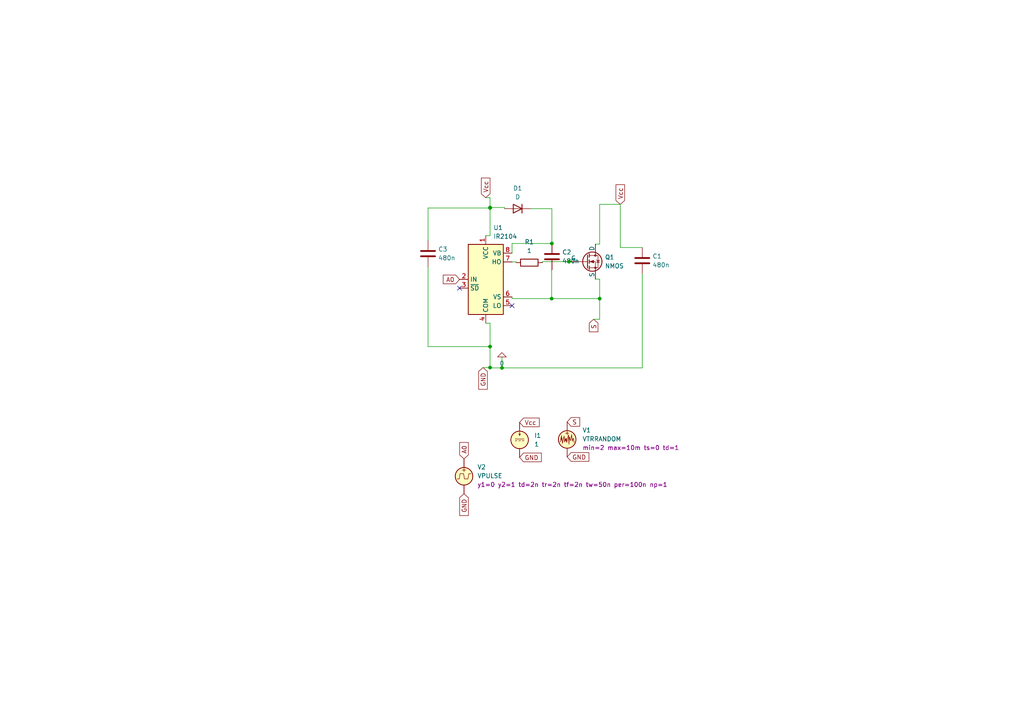
<source format=kicad_sch>
(kicad_sch (version 20231120) (generator "eeschema") (generator_version "8.0")
  (paper "A4")
  (lib_symbols
    (symbol "Device:C" (pin_numbers hide) (pin_names (offset 0.254))
      (property "Reference" "C" (at 0.635 2.54 0))
      (property "Value" "C" (at 0.635 -2.54 0))
      (symbol "C_0_1"
        (polyline (pts (xy -2.032 -0.762) (xy 2.032 -0.762)) (stroke (width 0.508)))
        (polyline (pts (xy -2.032 0.762) (xy 2.032 0.762)) (stroke (width 0.508)))
      )
      (symbol "C_1_1"
        (pin passive line (at 0 3.81 270) (length 2.794) (name "~") (number "1"))
        (pin passive line (at 0 -3.81 90) (length 2.794) (name "~") (number "2"))
      )
    )
    (symbol "Device:D" (pin_numbers hide) (pin_names (offset 1.016) hide)
      (property "Reference" "D" (at 0 2.54 0))
      (property "Value" "D" (at 0 -2.54 0))
      (symbol "D_0_1"
        (polyline (pts (xy -1.27 1.27) (xy -1.27 -1.27)) (stroke (width 0.254)))
        (polyline (pts (xy 1.27 0) (xy -1.27 0)))
        (polyline (pts (xy 1.27 1.27) (xy 1.27 -1.27) (xy -1.27 0) (xy 1.27 1.27)) (stroke (width 0.254)))
      )
      (symbol "D_1_1"
        (pin passive line (at -3.81 0 0) (length 2.54) (name "K") (number "1"))
        (pin passive line (at 3.81 0 180) (length 2.54) (name "A") (number "2"))
      )
    )
    (symbol "Device:R" (pin_numbers hide) (pin_names (offset 0))
      (property "Reference" "R" (at 2.032 0 90))
      (property "Value" "R" (at 0 0 90))
      (symbol "R_0_1"
        (rectangle (start -1.016 -2.54) (end 1.016 2.54) (stroke (width 0.254)))
      )
      (symbol "R_1_1"
        (pin passive line (at 0 3.81 270) (length 1.27) (name "~") (number "1"))
        (pin passive line (at 0 -3.81 90) (length 1.27) (name "~") (number "2"))
      )
    )
    (symbol "Driver_FET:IR2104"
      (property "Reference" "U" (at 1.27 13.335 0))
      (property "Value" "IR2104" (at 1.27 11.43 0))
      (symbol "IR2104_0_1"
        (rectangle (start -5.08 -10.16) (end 5.08 10.16) (stroke (width 0.254)) (fill (type background)))
      )
      (symbol "IR2104_1_1"
        (pin power_in line (at 0 12.7 270) (length 2.54) (name "VCC") (number "1"))
        (pin input line (at -7.62 0 0) (length 2.54) (name "IN") (number "2"))
        (pin input line (at -7.62 -2.54 0) (length 2.54) (name "~{SD}") (number "3"))
        (pin power_in line (at 0 -12.7 90) (length 2.54) (name "COM") (number "4"))
        (pin output line (at 7.62 -7.62 180) (length 2.54) (name "LO") (number "5"))
        (pin passive line (at 7.62 -5.08 180) (length 2.54) (name "VS") (number "6"))
        (pin output line (at 7.62 5.08 180) (length 2.54) (name "HO") (number "7"))
        (pin passive line (at 7.62 7.62 180) (length 2.54) (name "VB") (number "8"))
      )
    )
    (symbol "Simulation_SPICE:0" (power) (pin_numbers hide) (pin_names (offset 0) hide)
      (property "Value" "0" (at 0 -2.54 0))
      (symbol "0_0_1"
        (polyline (pts (xy -1.27 0) (xy 0 -1.27) (xy 1.27 0) (xy -1.27 0)))
      )
      (symbol "0_1_1"
        (pin power_in line (at 0 0 0) (length 0) (name "~") (number "1"))
      )
    )
    (symbol "Simulation_SPICE:IDC" (pin_numbers hide) (pin_names (offset 0.0254))
      (property "Reference" "I" (at 2.54 2.54 0))
      (property "Value" "1" (at 2.54 0 0))
      (symbol "IDC_0_0"
        (polyline (pts (xy -1.27 0.254) (xy 1.27 0.254)))
        (polyline (pts (xy -0.762 -0.254) (xy -1.27 -0.254)))
        (polyline (pts (xy 0.254 -0.254) (xy -0.254 -0.254)))
        (polyline (pts (xy 1.27 -0.254) (xy 0.762 -0.254)))
      )
      (symbol "IDC_0_1"
        (polyline (pts (xy 0 1.27) (xy 0 2.286)))
        (polyline (pts (xy -0.254 1.778) (xy 0 1.27) (xy 0.254 1.778)))
        (circle (center 0 0) (radius 2.54) (stroke (width 0.254)) (fill (type background)))
      )
      (symbol "IDC_1_1"
        (pin passive line (at 0 5.08 270) (length 2.54) (name "~") (number "1"))
        (pin passive line (at 0 -5.08 90) (length 2.54) (name "~") (number "2"))
      )
    )
    (symbol "Simulation_SPICE:NMOS" (pin_numbers hide) (pin_names (offset 0))
      (property "Reference" "Q" (at 5.08 1.27 0))
      (property "Value" "NMOS" (at 5.08 -1.27 0))
      (symbol "NMOS_0_1"
        (polyline (pts (xy 0.254 0) (xy -2.54 0)))
        (polyline (pts (xy 0.254 1.905) (xy 0.254 -1.905)) (stroke (width 0.254)))
        (polyline (pts (xy 0.762 -1.27) (xy 0.762 -2.286)) (stroke (width 0.254)))
        (polyline (pts (xy 0.762 0.508) (xy 0.762 -0.508)) (stroke (width 0.254)))
        (polyline (pts (xy 0.762 2.286) (xy 0.762 1.27)) (stroke (width 0.254)))
        (polyline (pts (xy 2.54 2.54) (xy 2.54 1.778)))
        (polyline (pts (xy 2.54 -2.54) (xy 2.54 0) (xy 0.762 0)))
        (polyline (pts (xy 0.762 -1.778) (xy 3.302 -1.778) (xy 3.302 1.778) (xy 0.762 1.778)))
        (polyline (pts (xy 1.016 0) (xy 2.032 0.381) (xy 2.032 -0.381) (xy 1.016 0)) (fill (type outline)))
        (polyline (pts (xy 2.794 0.508) (xy 2.921 0.381) (xy 3.683 0.381) (xy 3.81 0.254)))
        (polyline (pts (xy 3.302 0.381) (xy 2.921 -0.254) (xy 3.683 -0.254) (xy 3.302 0.381)))
        (circle (center 1.651 0) (radius 2.794) (stroke (width 0.254)))
        (circle (center 2.54 -1.778) (radius 0.254) (fill (type outline)))
        (circle (center 2.54 1.778) (radius 0.254) (fill (type outline)))
      )
      (symbol "NMOS_1_1"
        (pin passive line (at 2.54 5.08 270) (length 2.54) (name "D") (number "1"))
        (pin input line (at -5.08 0 0) (length 2.54) (name "G") (number "2"))
        (pin passive line (at 2.54 -5.08 90) (length 2.54) (name "S") (number "3"))
      )
    )
    (symbol "Simulation_SPICE:VPULSE" (pin_numbers hide) (pin_names (offset 0.0254))
      (property "Reference" "V" (at 2.54 2.54 0))
      (property "Value" "VPULSE" (at 2.54 0 0))
      (property "Sim.Params" "y1=0 y2=1 td=2n tr=2n tf=2n tw=50n per=100n" (at 2.54 -2.54 0))
      (symbol "VPULSE_0_0"
        (polyline (pts (xy -2.032 -0.762) (xy -1.397 -0.762) (xy -1.143 0.762) (xy -0.127 0.762) (xy 0.127 -0.762) (xy 1.143 -0.762) (xy 1.397 0.762) (xy 2.032 0.762)))
        (text "+" (at 0 1.905 0) (effects (font (size 1.27 1.27))))
      )
      (symbol "VPULSE_0_1"
        (circle (center 0 0) (radius 2.54) (stroke (width 0.254)) (fill (type background)))
      )
      (symbol "VPULSE_1_1"
        (pin passive line (at 0 5.08 270) (length 2.54) (name "~") (number "1"))
        (pin passive line (at 0 -5.08 90) (length 2.54) (name "~") (number "2"))
      )
    )
    (symbol "Simulation_SPICE:VTRRANDOM" (pin_numbers hide) (pin_names (offset 0.0254))
      (property "Reference" "V" (at 2.54 2.54 0))
      (property "Value" "VTRRANDOM" (at 2.54 0 0))
      (property "Sim.Params" "min=2 max=10m ts=0 td=1" (at 2.54 -2.54 0))
      (symbol "VTRRANDOM_0_0"
        (text "+" (at 0 1.905 0) (effects (font (size 1.27 1.27))))
      )
      (symbol "VTRRANDOM_0_1"
        (polyline (pts (xy -2.032 -0.762) (xy -1.651 1.143) (xy -1.651 -0.254) (xy -1.524 0.508) (xy -1.397 -1.143) (xy -0.889 1.016) (xy -0.762 -0.762) (xy -0.508 0.254) (xy -0.381 -0.508) (xy -0.254 0.381) (xy -0.127 -0.889) (xy 0.381 1.397) (xy 0.508 -1.397) (xy 0.635 0.762) (xy 1.016 -0.381) (xy 1.27 1.397) (xy 1.524 -0.508) (xy 1.778 0.381) (xy 2.032 -0.889)))
        (circle (center 0 0) (radius 2.54) (stroke (width 0.254)) (fill (type background)))
      )
      (symbol "VTRRANDOM_1_1"
        (pin passive line (at 0 5.08 270) (length 2.54) (name "~") (number "1"))
        (pin passive line (at 0 -5.08 90) (length 2.54) (name "~") (number "2"))
      )
    )
  )
  (junction (at 142.1352 60.3256))
  (junction (at 145.5967 106.709))
  (junction (at 159.9983 86.6095))
  (junction (at 142.1352 100.5245))
  (junction (at 142.1352 106.6123))
  (junction (at 165.0646 75.8834))
  (junction (at 160.0668 70.6239))
  (junction (at 173.9271 86.6095))
  (junction (at 142.1352 60.1861))
  (no_connect (at 148.5129 88.6615))
  (no_connect (at 133.2729 83.5815))
  (wire (pts (xy 124.1478 69.7542) (xy 124.1478 60.3256)))
  (wire (pts (xy 149.7089 75.9615) (xy 149.7089 76.1807)))
  (wire (pts (xy 173.9271 80.9634) (xy 172.6846 80.9634)))
  (wire (pts (xy 165.0646 75.8834) (xy 157.3289 75.8834)))
  (wire (pts (xy 173.9271 92.6007) (xy 173.9271 86.6095)))
  (wire (pts (xy 172.1739 92.6007) (xy 173.9271 92.6007)))
  (wire (pts (xy 160.0949 70.6239) (xy 160.0668 70.6239)))
  (wire (pts (xy 159.9983 78.2439) (xy 160.0949 78.2439)))
  (wire (pts (xy 146.328 60.1861) (xy 146.328 60.5253)))
  (wire (pts (xy 157.3289 75.8834) (xy 157.3289 76.1807)))
  (wire (pts (xy 148.5129 86.6095) (xy 148.5129 86.1215)))
  (wire (pts (xy 142.1352 106.709) (xy 145.5967 106.709)))
  (wire (pts (xy 186.2822 71.7835) (xy 179.9045 71.7835)))
  (wire (pts (xy 148.5129 70.6239) (xy 148.5129 73.4215)))
  (wire (pts (xy 124.1478 60.3256) (xy 142.1352 60.3256)))
  (wire (pts (xy 179.9045 71.7835) (xy 179.9045 59.2627)))
  (wire (pts (xy 173.9271 59.2627) (xy 173.9271 70.8034)))
  (wire (pts (xy 173.9271 86.6095) (xy 159.9983 86.6095)))
  (wire (pts (xy 160.0668 70.6239) (xy 160.0668 60.5253)))
  (wire (pts (xy 160.0668 60.5253) (xy 153.948 60.5253)))
  (wire (pts (xy 145.5967 106.709) (xy 186.2822 106.709)))
  (wire (pts (xy 142.1352 106.6123) (xy 142.1352 100.5245)))
  (wire (pts (xy 124.1478 100.5245) (xy 142.1352 100.5245)))
  (wire (pts (xy 142.1352 93.7415) (xy 140.8929 93.7415)))
  (wire (pts (xy 140.0921 106.6123) (xy 142.1352 106.6123)))
  (wire (pts (xy 124.1478 77.3742) (xy 124.1478 100.5245)))
  (wire (pts (xy 179.9045 59.2627) (xy 173.9271 59.2627)))
  (wire (pts (xy 142.1352 60.3256) (xy 142.1352 68.3415)))
  (wire (pts (xy 159.9983 86.6095) (xy 148.5129 86.6095)))
  (wire (pts (xy 173.9271 70.8034) (xy 172.6846 70.8034)))
  (wire (pts (xy 159.9983 86.6095) (xy 159.9983 78.2439)))
  (wire (pts (xy 145.5967 103.5377) (xy 145.566 103.5377)))
  (wire (pts (xy 142.1352 60.1861) (xy 142.1352 60.3256)))
  (wire (pts (xy 142.1352 100.5245) (xy 142.1352 93.7415)))
  (wire (pts (xy 148.5129 75.9615) (xy 149.7089 75.9615)))
  (wire (pts (xy 142.1352 106.709) (xy 142.1352 106.6123)))
  (wire (pts (xy 160.0668 70.6239) (xy 148.5129 70.6239)))
  (wire (pts (xy 186.2822 106.709) (xy 186.2822 79.4035)))
  (wire (pts (xy 165.0646 75.9615) (xy 165.0646 75.8834)))
  (wire (pts (xy 145.5967 106.709) (xy 145.5967 103.5377)))
  (wire (pts (xy 173.9271 86.6095) (xy 173.9271 80.9634)))
  (wire (pts (xy 142.1352 57.33) (xy 142.1352 60.1861)))
  (wire (pts (xy 142.1352 60.1861) (xy 146.328 60.1861)))
  (wire (pts (xy 140.8652 57.33) (xy 142.1352 57.33)))
  (wire (pts (xy 142.1352 68.3415) (xy 140.8929 68.3415)))
  (global_label "A0" (shape input) (at 133.2729 81.0415 180) (property "Intersheetrefs" "${INTERSHEET_REFS}" (effects (hide yes))))
  (global_label "Vcc" (shape input) (at 140.8652 57.33 90) (property "Intersheetrefs" "${INTERSHEET_REFS}" (effects (hide yes))))
  (global_label "GND" (shape input) (at 150.7106 132.6704 0) (property "Intersheetrefs" "${INTERSHEET_REFS}" (effects (hide yes))))
  (global_label "S" (shape input) (at 172.1739 92.6007 270) (property "Intersheetrefs" "${INTERSHEET_REFS}" (effects (hide yes))))
  (global_label "Vcc" (shape input) (at 150.7106 122.5104 0) (property "Intersheetrefs" "${INTERSHEET_REFS}" (effects (hide yes))))
  (global_label "A0" (shape input) (at 134.5864 133.0658 90) (property "Intersheetrefs" "${INTERSHEET_REFS}" (effects (hide yes))))
  (global_label "Vcc" (shape input) (at 179.9045 59.2627 90) (property "Intersheetrefs" "${INTERSHEET_REFS}" (effects (hide yes))))
  (global_label "S" (shape input) (at 164.5076 122.3751 0) (property "Intersheetrefs" "${INTERSHEET_REFS}" (effects (hide yes))))
  (global_label "GND" (shape input) (at 164.5076 132.5351 0) (property "Intersheetrefs" "${INTERSHEET_REFS}" (effects (hide yes))))
  (global_label "GND" (shape input) (at 140.0921 106.6123 270) (property "Intersheetrefs" "${INTERSHEET_REFS}" (effects (hide yes))))
  (global_label "GND" (shape input) (at 134.5864 143.2258 270) (property "Intersheetrefs" "${INTERSHEET_REFS}" (effects (hide yes))))
  (symbol (lib_id "Simulation_SPICE:VPULSE") (at 134.5864 138.1458 0) (unit 1)
    (property "Reference" "V2" (at 138.43 135.4759 0) (effects (justify left)))
    (property "Value" "VPULSE" (at 138.43 138.0159 0) (effects (justify left)))
    (property "Datasheet" "https://ngspice.sourceforge.io/docs/ngspice-html-manual/manual.xhtml#sec_Independent_Sources_for" (effects (hide yes)))
    (property "Description" "Voltage source, pulse" (effects (hide yes)))
    (property "Sim.Pins" "1=+ 2=-" (effects (hide yes)))
    (property "Sim.Type" "PULSE" (effects (hide yes)))
    (property "Sim.Device" "V" (effects (hide yes)))
    (property "Sim.Params" "y1=0 y2=1 td=2n tr=2n tf=2n tw=50n per=100n np=1" (at 138.43 140.5559 0) (effects (justify left)))
  )
  (symbol (lib_id "Simulation_SPICE:IDC") (at 150.7106 127.5904 0) (unit 1)
    (property "Reference" "I1" (at 154.94 126.3203 0) (effects (justify left)))
    (property "Value" "1" (at 154.94 128.8603 0) (effects (justify left)))
    (property "Datasheet" "https://ngspice.sourceforge.io/docs/ngspice-html-manual/manual.xhtml#sec_Independent_Sources_for" (effects (hide yes)))
    (property "Description" "Current source, DC" (effects (hide yes)))
    (property "Sim.Pins" "1=+ 2=-" (effects (hide yes)))
    (property "Sim.Type" "DC" (effects (hide yes)))
    (property "Sim.Device" "I" (effects (hide yes)))
  )
  (symbol (lib_id "Driver_FET:IR2104") (at 140.8929 81.0415 0) (unit 1)
    (property "Reference" "U1" (at 143.087 66.04 0) (effects (justify left)))
    (property "Value" "IR2104" (at 143.087 68.58 0) (effects (justify left)))
    (property "Datasheet" "https://www.infineon.com/dgdl/ir2104.pdf?fileId=5546d462533600a4015355c7c1c31671" (effects (hide yes)))
    (property "Description" "Half-Bridge Driver, 600V, 210/360mA, PDIP-8/SOIC-8" (effects (hide yes)))
    (property "Sim.Library" "/Users/salimelouahdani/Downloads/Infineon IR2104 PSpice Simulation Models/Model/IR2104.lib" (effects (hide yes)))
    (property "Sim.Name" "IR2104" (effects (hide yes)))
    (property "Sim.Device" "SUBCKT" (effects (hide yes)))
    (property "Sim.Pins" "1=VCC 2=IN 3=NSD 4=COM 5=LO 6=VS 7=HO 8=VB" (effects (hide yes)))
  )
  (symbol (lib_id "Device:R") (at 153.5189 76.1807 90) (unit 1)
    (property "Reference" "R1" (at 153.5189 70.1718 90))
    (property "Value" "1" (at 153.5189 72.7118 90))
    (property "Description" "Resistor" (effects (hide yes)))
  )
  (symbol (lib_id "Device:C") (at 160.0949 74.4339 0) (unit 1)
    (property "Reference" "C2" (at 163.0427 73.1638 0) (effects (justify left)))
    (property "Value" "480n" (at 163.0427 75.7038 0) (effects (justify left)))
    (property "Description" "Unpolarized capacitor" (effects (hide yes)))
  )
  (symbol (lib_id "Device:D") (at 150.138 60.5253 180) (unit 1)
    (property "Reference" "D1" (at 150.138 54.61 0))
    (property "Value" "D" (at 150.138 57.15 0))
    (property "Description" "Diode" (effects (hide yes)))
    (property "Sim.Device" "D" (effects (hide yes)))
    (property "Sim.Pins" "1=K 2=A" (effects (hide yes)))
  )
  (symbol (lib_id "Device:C") (at 186.2822 75.5935 0) (unit 1)
    (property "Reference" "C1" (at 189.23 74.3234 0) (effects (justify left)))
    (property "Value" "480n" (at 189.23 76.8634 0) (effects (justify left)))
    (property "Description" "Unpolarized capacitor" (effects (hide yes)))
  )
  (symbol (lib_id "Simulation_SPICE:VTRRANDOM") (at 164.5076 127.4551 0) (unit 1)
    (property "Reference" "V1" (at 168.91 124.7852 0) (effects (justify left)))
    (property "Value" "VTRRANDOM" (at 168.91 127.3252 0) (effects (justify left)))
    (property "Datasheet" "https://ngspice.sourceforge.io/docs/ngspice-html-manual/manual.xhtml#subsec_Random_voltage_source" (effects (hide yes)))
    (property "Description" "Voltage source, random noise" (effects (hide yes)))
    (property "Sim.Pins" "1=+ 2=-" (effects (hide yes)))
    (property "Sim.Params" "min=2 max=10m ts=0 td=1" (at 168.91 129.8652 0) (effects (justify left)))
    (property "Sim.Type" "RANDUNIFORM" (effects (hide yes)))
    (property "Sim.Device" "V" (effects (hide yes)))
  )
  (symbol (lib_id "Simulation_SPICE:NMOS") (at 170.1446 75.8834 0) (unit 1)
    (property "Reference" "Q1" (at 175.4432 74.6133 0) (effects (justify left)))
    (property "Value" "NMOS" (at 175.4432 77.1533 0) (effects (justify left)))
    (property "Datasheet" "https://ngspice.sourceforge.io/docs/ngspice-html-manual/manual.xhtml#cha_MOSFETs" (effects (hide yes)))
    (property "Description" "N-MOSFET transistor, drain/source/gate" (effects (hide yes)))
    (property "Sim.Device" "NMOS" (effects (hide yes)))
    (property "Sim.Type" "VDMOS" (effects (hide yes)))
    (property "Sim.Pins" "1=D 2=G 3=S" (effects (hide yes)))
  )
  (symbol (lib_id "Device:C") (at 124.1478 73.5642 0) (unit 1)
    (property "Reference" "C3" (at 127.0956 72.2941 0) (effects (justify left)))
    (property "Value" "480n" (at 127.0956 74.8341 0) (effects (justify left)))
    (property "Description" "Unpolarized capacitor" (effects (hide yes)))
  )
  (symbol (lib_id "Simulation_SPICE:0") (at 145.566 103.5377 180) (unit 1)
    (property "Reference" "#GND01" (effects (hide yes)))
    (property "Value" "0" (at 145.566 105.41 0))
    (property "Datasheet" "https://ngspice.sourceforge.io/docs/ngspice-html-manual/manual.xhtml#subsec_Circuit_elements__device" (effects (hide yes)))
    (property "Description" "0V reference potential for simulation" (effects (hide yes)))
  )
)
</source>
